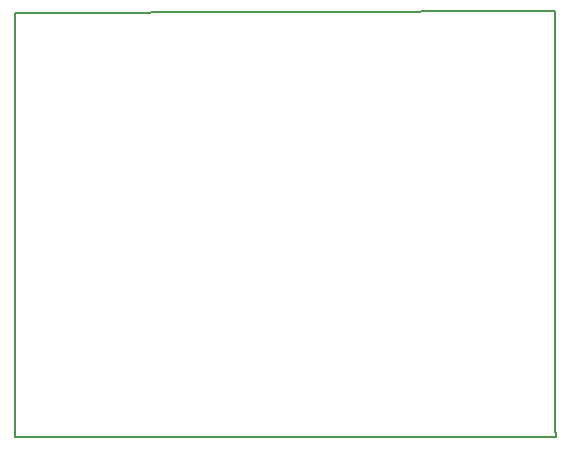
<source format=gbr>
G04 #@! TF.GenerationSoftware,KiCad,Pcbnew,(5.0.2)-1*
G04 #@! TF.CreationDate,2019-02-10T20:46:42+01:00*
G04 #@! TF.ProjectId,Rectifier,52656374-6966-4696-9572-2e6b69636164,rev?*
G04 #@! TF.SameCoordinates,PX5c55b20PY6f109e0*
G04 #@! TF.FileFunction,Profile,NP*
%FSLAX46Y46*%
G04 Gerber Fmt 4.6, Leading zero omitted, Abs format (unit mm)*
G04 Created by KiCad (PCBNEW (5.0.2)-1) date 02/10/19 20:46:42*
%MOMM*%
%LPD*%
G01*
G04 APERTURE LIST*
%ADD10C,0.200000*%
G04 APERTURE END LIST*
D10*
X-20000Y60000D02*
X-20000Y36010000D01*
X45780000Y60000D02*
X-20000Y60000D01*
X45730000Y860000D02*
X45780000Y60000D01*
X45730000Y36110000D02*
X45730000Y860000D01*
X-20000Y36010000D02*
X45730000Y36110000D01*
M02*

</source>
